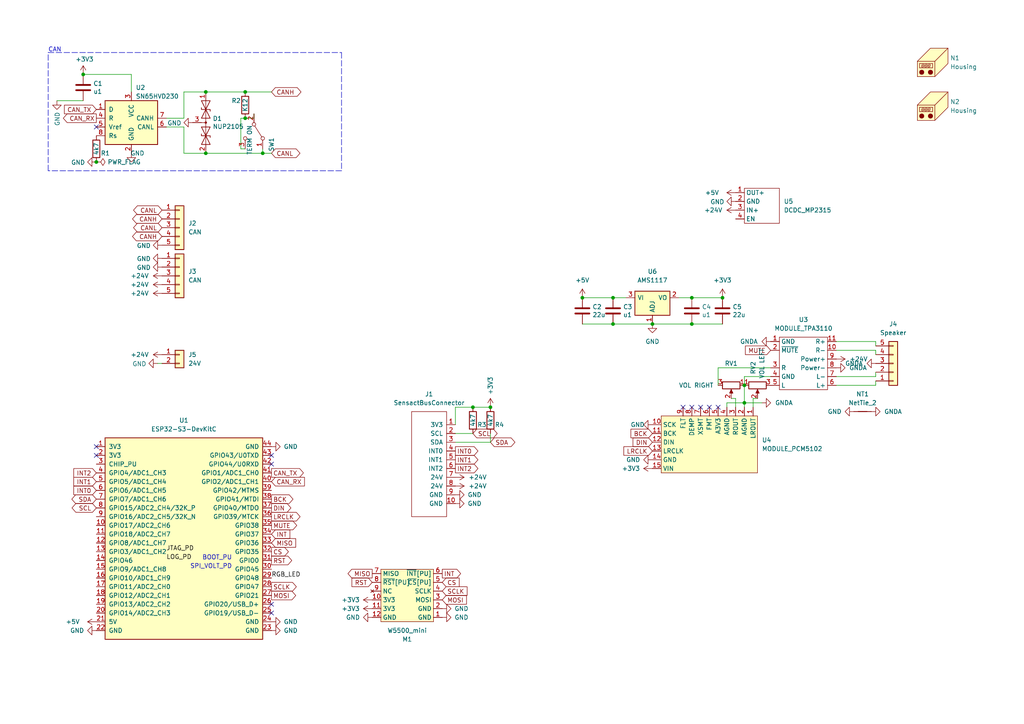
<source format=kicad_sch>
(kicad_sch (version 20211123) (generator eeschema)
  (paper "A4")
  (lib_symbols
    (symbol "Connector_Generic:Conn_01x02" (pin_names (offset 1.016) hide)
      (property "Reference" "J" (at 0 2.54 0))
      (property "Value" "Conn_01x02" (at 0 -5.08 0))
      (symbol "Conn_01x02_1_1"
        (rectangle (start -1.27 -2.413) (end 0 -2.667) (stroke (width 0.1524)))
        (rectangle (start -1.27 0.127) (end 0 -0.127) (stroke (width 0.1524)))
        (rectangle (start -1.27 1.27) (end 1.27 -3.81) (stroke (width 0.254)) (fill (type background)))
        (pin passive line (at -5.08 0 0) (length 3.81) (name "Pin_1") (number "1"))
        (pin passive line (at -5.08 -2.54 0) (length 3.81) (name "Pin_2") (number "2"))
      )
    )
    (symbol "Connector_Generic:Conn_01x05" (pin_names (offset 1.016) hide)
      (property "Reference" "J" (at 0 7.62 0))
      (property "Value" "Conn_01x05" (at 0 -7.62 0))
      (symbol "Conn_01x05_1_1"
        (rectangle (start -1.27 -4.953) (end 0 -5.207) (stroke (width 0.1524)))
        (rectangle (start -1.27 -2.413) (end 0 -2.667) (stroke (width 0.1524)))
        (rectangle (start -1.27 0.127) (end 0 -0.127) (stroke (width 0.1524)))
        (rectangle (start -1.27 2.667) (end 0 2.413) (stroke (width 0.1524)))
        (rectangle (start -1.27 5.207) (end 0 4.953) (stroke (width 0.1524)))
        (rectangle (start -1.27 6.35) (end 1.27 -6.35) (stroke (width 0.254)) (fill (type background)))
        (pin passive line (at -5.08 5.08 0) (length 3.81) (name "Pin_1") (number "1"))
        (pin passive line (at -5.08 2.54 0) (length 3.81) (name "Pin_2") (number "2"))
        (pin passive line (at -5.08 0 0) (length 3.81) (name "Pin_3") (number "3"))
        (pin passive line (at -5.08 -2.54 0) (length 3.81) (name "Pin_4") (number "4"))
        (pin passive line (at -5.08 -5.08 0) (length 3.81) (name "Pin_5") (number "5"))
      )
    )
    (symbol "Device:C" (pin_numbers hide) (pin_names (offset 0.254))
      (property "Reference" "C" (at 0.635 2.54 0))
      (property "Value" "C" (at 0.635 -2.54 0))
      (symbol "C_0_1"
        (polyline (pts (xy -2.032 -0.762) (xy 2.032 -0.762)) (stroke (width 0.508)))
        (polyline (pts (xy -2.032 0.762) (xy 2.032 0.762)) (stroke (width 0.508)))
      )
      (symbol "C_1_1"
        (pin passive line (at 0 3.81 270) (length 2.794) (name "~") (number "1"))
        (pin passive line (at 0 -3.81 90) (length 2.794) (name "~") (number "2"))
      )
    )
    (symbol "Device:NetTie_2" (pin_numbers hide) (pin_names (offset 0) hide)
      (property "Reference" "NT" (at 0 1.27 0))
      (property "Value" "NetTie_2" (at 0 -1.27 0))
      (symbol "NetTie_2_0_1"
        (polyline (pts (xy -1.27 0) (xy 1.27 0)) (stroke (width 0.254)))
      )
      (symbol "NetTie_2_1_1"
        (pin passive line (at -2.54 0 0) (length 2.54) (name "1") (number "1"))
        (pin passive line (at 2.54 0 180) (length 2.54) (name "2") (number "2"))
      )
    )
    (symbol "Device:R" (pin_numbers hide) (pin_names (offset 0))
      (property "Reference" "R" (at 2.032 0 90))
      (property "Value" "R" (at 0 0 90))
      (symbol "R_0_1"
        (rectangle (start -1.016 -2.54) (end 1.016 2.54) (stroke (width 0.254)))
      )
      (symbol "R_1_1"
        (pin passive line (at 0 3.81 270) (length 1.27) (name "~") (number "1"))
        (pin passive line (at 0 -3.81 90) (length 1.27) (name "~") (number "2"))
      )
    )
    (symbol "Device:R_Potentiometer" (pin_names (offset 1.016) hide)
      (property "Reference" "RV" (at -4.445 0 90))
      (property "Value" "R_Potentiometer" (at -2.54 0 90))
      (symbol "R_Potentiometer_0_1"
        (polyline (pts (xy 2.54 0) (xy 1.524 0)))
        (polyline (pts (xy 1.143 0) (xy 2.286 0.508) (xy 2.286 -0.508) (xy 1.143 0)) (fill (type outline)))
        (rectangle (start 1.016 2.54) (end -1.016 -2.54) (stroke (width 0.254)))
      )
      (symbol "R_Potentiometer_1_1"
        (pin passive line (at 0 3.81 270) (length 1.27) (name "1") (number "1"))
        (pin passive line (at 3.81 0 180) (length 1.27) (name "2") (number "2"))
        (pin passive line (at 0 -3.81 90) (length 1.27) (name "3") (number "3"))
      )
    )
    (symbol "Diode:SM712_SOT23" (pin_names (offset 1.016) hide)
      (property "Reference" "D" (at 0 4.445 0))
      (property "Value" "SM712_SOT23" (at 0 2.54 0))
      (symbol "SM712_SOT23_0_0"
        (polyline (pts (xy 0 -1.27) (xy 0 0)))
      )
      (symbol "SM712_SOT23_0_1"
        (polyline (pts (xy -6.35 0) (xy 6.35 0)))
        (polyline (pts (xy -3.302 1.27) (xy -3.81 1.27) (xy -3.81 -1.27) (xy -4.318 -1.27)) (stroke (width 0.2032)))
        (polyline (pts (xy 4.318 1.27) (xy 3.81 1.27) (xy 3.81 -1.27) (xy 3.302 -1.27)) (stroke (width 0.2032)))
        (polyline (pts (xy -6.35 -1.27) (xy -1.27 1.27) (xy -1.27 -1.27) (xy -6.35 1.27) (xy -6.35 -1.27)) (stroke (width 0.2032)))
        (polyline (pts (xy 1.27 -1.27) (xy 1.27 1.27) (xy 6.35 -1.27) (xy 6.35 1.27) (xy 1.27 -1.27)) (stroke (width 0.2032)))
        (circle (center 0 0) (radius 0.254) (fill (type outline)))
      )
      (symbol "SM712_SOT23_1_1"
        (pin passive line (at -8.89 0 0) (length 2.54) (name "A1") (number "1"))
        (pin passive line (at 8.89 0 180) (length 2.54) (name "A2") (number "2"))
        (pin input line (at 0 -3.81 90) (length 2.54) (name "common") (number "3"))
      )
    )
    (symbol "Espressif:ESP32-S3-DevKitC" (pin_names (offset 1.016))
      (property "Reference" "U" (at -22.86 33.02 0))
      (property "Value" "ESP32-S3-DevKitC" (at -22.86 30.48 0))
      (symbol "ESP32-S3-DevKitC_0_0"
        (pin bidirectional line (at -25.4 -7.62 0) (length 2.54) (name "GPIO46") (number "14"))
        (pin bidirectional line (at -25.4 -20.32 0) (length 2.54) (name "GPIO13/ADC2_CH2") (number "19"))
        (pin power_in line (at -25.4 22.86 0) (length 2.54) (name "3V3") (number "2"))
        (pin bidirectional line (at 25.4 12.7 180) (length 2.54) (name "GPIO42/MTMS") (number "39"))
        (pin bidirectional line (at 25.4 15.24 180) (length 2.54) (name "GPIO2/ADC1_CH1") (number "40"))
        (pin bidirectional line (at 25.4 17.78 180) (length 2.54) (name "GPIO1/ADC1_CH0") (number "41"))
        (pin bidirectional line (at 25.4 20.32 180) (length 2.54) (name "GPIO44/U0RXD") (number "42"))
        (pin bidirectional line (at 25.4 22.86 180) (length 2.54) (name "GPIO43/U0TXD") (number "43"))
        (pin power_in line (at 25.4 25.4 180) (length 2.54) (name "GND") (number "44"))
      )
      (symbol "ESP32-S3-DevKitC_0_1"
        (rectangle (start -22.86 27.94) (end 22.86 -30.48) (stroke (width 0.254)) (fill (type background)))
      )
      (symbol "ESP32-S3-DevKitC_1_1"
        (pin power_in line (at -25.4 25.4 0) (length 2.54) (name "3V3") (number "1"))
        (pin bidirectional line (at -25.4 2.54 0) (length 2.54) (name "GPIO17/ADC2_CH6") (number "10"))
        (pin bidirectional line (at -25.4 0 0) (length 2.54) (name "GPIO18/ADC2_CH7") (number "11"))
        (pin bidirectional line (at -25.4 -2.54 0) (length 2.54) (name "GPIO8/ADC1_CH7") (number "12"))
        (pin bidirectional line (at -25.4 -5.08 0) (length 2.54) (name "GPIO3/ADC1_CH2") (number "13"))
        (pin bidirectional line (at -25.4 -10.16 0) (length 2.54) (name "GPIO9/ADC1_CH8") (number "15"))
        (pin bidirectional line (at -25.4 -12.7 0) (length 2.54) (name "GPIO10/ADC1_CH9") (number "16"))
        (pin bidirectional line (at -25.4 -15.24 0) (length 2.54) (name "GPIO11/ADC2_CH0") (number "17"))
        (pin bidirectional line (at -25.4 -17.78 0) (length 2.54) (name "GPIO12/ADC2_CH1") (number "18"))
        (pin bidirectional line (at -25.4 -22.86 0) (length 2.54) (name "GPIO14/ADC2_CH3") (number "20"))
        (pin power_in line (at -25.4 -25.4 0) (length 2.54) (name "5V") (number "21"))
        (pin power_in line (at -25.4 -27.94 0) (length 2.54) (name "GND") (number "22"))
        (pin power_in line (at 25.4 -27.94 180) (length 2.54) (name "GND") (number "23"))
        (pin power_in line (at 25.4 -25.4 180) (length 2.54) (name "GND") (number "24"))
        (pin bidirectional line (at 25.4 -22.86 180) (length 2.54) (name "GPIO19/USB_D-") (number "25"))
        (pin bidirectional line (at 25.4 -20.32 180) (length 2.54) (name "GPIO20/USB_D+") (number "26"))
        (pin bidirectional line (at 25.4 -17.78 180) (length 2.54) (name "GPIO21") (number "27"))
        (pin bidirectional line (at 25.4 -15.24 180) (length 2.54) (name "GPIO47") (number "28"))
        (pin bidirectional line (at 25.4 -12.7 180) (length 2.54) (name "GPIO48") (number "29"))
        (pin input line (at -25.4 20.32 0) (length 2.54) (name "CHIP_PU") (number "3"))
        (pin bidirectional line (at 25.4 -10.16 180) (length 2.54) (name "GPIO45") (number "30"))
        (pin bidirectional line (at 25.4 -7.62 180) (length 2.54) (name "GPIO0") (number "31"))
        (pin bidirectional line (at 25.4 -5.08 180) (length 2.54) (name "GPIO35") (number "32"))
        (pin bidirectional line (at 25.4 -2.54 180) (length 2.54) (name "GPIO36") (number "33"))
        (pin bidirectional line (at 25.4 0 180) (length 2.54) (name "GPIO37") (number "34"))
        (pin bidirectional line (at 25.4 2.54 180) (length 2.54) (name "GPIO38") (number "35"))
        (pin bidirectional line (at 25.4 5.08 180) (length 2.54) (name "GPIO39/MTCK") (number "36"))
        (pin bidirectional line (at 25.4 7.62 180) (length 2.54) (name "GPIO40/MTDO") (number "37"))
        (pin bidirectional line (at 25.4 10.16 180) (length 2.54) (name "GPIO41/MTDI") (number "38"))
        (pin bidirectional line (at -25.4 17.78 0) (length 2.54) (name "GPIO4/ADC1_CH3") (number "4"))
        (pin bidirectional line (at -25.4 15.24 0) (length 2.54) (name "GPIO5/ADC1_CH4") (number "5"))
        (pin bidirectional line (at -25.4 12.7 0) (length 2.54) (name "GPIO6/ADC1_CH5") (number "6"))
        (pin bidirectional line (at -25.4 10.16 0) (length 2.54) (name "GPIO7/ADC1_CH6") (number "7"))
        (pin bidirectional line (at -25.4 7.62 0) (length 2.54) (name "GPIO15/ADC2_CH4/32K_P") (number "8"))
        (pin bidirectional line (at -25.4 5.08 0) (length 2.54) (name "GPIO16/ADC2_CH5/32K_N") (number "9"))
      )
    )
    (symbol "Interface_CAN_LIN:SN65HVD230" (pin_names (offset 1.016))
      (property "Reference" "U" (at -2.54 10.16 0))
      (property "Value" "SN65HVD230" (at -2.54 7.62 0))
      (symbol "SN65HVD230_0_1"
        (rectangle (start -7.62 5.08) (end 7.62 -7.62) (stroke (width 0.254)) (fill (type background)))
      )
      (symbol "SN65HVD230_1_1"
        (pin input line (at -10.16 2.54 0) (length 2.54) (name "D") (number "1"))
        (pin power_in line (at 0 -10.16 90) (length 2.54) (name "GND") (number "2"))
        (pin power_in line (at 0 7.62 270) (length 2.54) (name "VCC") (number "3"))
        (pin output line (at -10.16 0 0) (length 2.54) (name "R") (number "4"))
        (pin output line (at -10.16 -2.54 0) (length 2.54) (name "Vref") (number "5"))
        (pin bidirectional line (at 10.16 -2.54 180) (length 2.54) (name "CANL") (number "6"))
        (pin bidirectional line (at 10.16 0 180) (length 2.54) (name "CANH") (number "7"))
        (pin input line (at -10.16 -5.08 0) (length 2.54) (name "Rs") (number "8"))
      )
    )
    (symbol "Mechanical:Housing" (pin_names (offset 1.016))
      (property "Reference" "N" (at 3.81 0 0))
      (property "Value" "Housing" (at 3.81 -1.905 0))
      (symbol "Housing_0_1"
        (rectangle (start -5.08 -0.635) (end -1.27 -1.905))
        (circle (center -4.445 -3.175) (radius 0.635) (fill (type outline)))
        (circle (center -1.905 -3.175) (radius 0.635) (fill (type outline)))
        (polyline (pts (xy -4.5212 -1.5748) (xy -4.4704 -1.3716)))
        (polyline (pts (xy -4.4196 -1.6764) (xy -4.064 -1.6764)))
        (polyline (pts (xy -4.4196 -1.2192) (xy -4.3688 -0.9652)))
        (polyline (pts (xy -4.318 -1.3208) (xy -4.0132 -1.3208)))
        (polyline (pts (xy -4.2164 -0.9144) (xy -3.9116 -0.9144)))
        (polyline (pts (xy -3.9116 -1.6256) (xy -3.8608 -1.3716)))
        (polyline (pts (xy -3.81 -1.2192) (xy -3.7592 -0.9652)))
        (polyline (pts (xy -3.6068 -1.5748) (xy -3.556 -1.3716)))
        (polyline (pts (xy -3.5052 -1.6764) (xy -3.1496 -1.6764)))
        (polyline (pts (xy -3.5052 -1.2192) (xy -3.4544 -0.9652)))
        (polyline (pts (xy -3.4036 -1.3208) (xy -3.0988 -1.3208)))
        (polyline (pts (xy -3.302 -0.9144) (xy -2.9972 -0.9144)))
        (polyline (pts (xy -2.9972 -1.6256) (xy -2.9464 -1.3716)))
        (polyline (pts (xy -2.8956 -1.2192) (xy -2.8448 -0.9652)))
        (polyline (pts (xy -2.6924 -1.5748) (xy -2.6416 -1.3716)))
        (polyline (pts (xy -2.5908 -1.6764) (xy -2.2352 -1.6764)))
        (polyline (pts (xy -2.5908 -1.2192) (xy -2.54 -0.9652)))
        (polyline (pts (xy -2.4892 -1.3208) (xy -2.1844 -1.3208)))
        (polyline (pts (xy -2.3876 -0.9144) (xy -2.0828 -0.9144)))
        (polyline (pts (xy -2.0828 -1.6256) (xy -2.032 -1.3716)))
        (polyline (pts (xy -1.9812 -1.2192) (xy -1.9304 -0.9652)))
        (polyline (pts (xy -0.635 0) (xy -0.635 -4.445)))
        (polyline (pts (xy -5.715 0) (xy -0.635 0) (xy 3.175 3.81)))
        (polyline (pts (xy -5.715 0) (xy -5.715 -4.445) (xy -0.635 -4.445) (xy 3.175 -0.635) (xy 3.175 3.81) (xy -1.905 3.81) (xy -5.715 0)) (fill (type background)))
      )
    )
    (symbol "Regulator_Linear:AMS1117" (pin_names (offset 0.762))
      (property "Reference" "U" (at -3.81 3.175 0))
      (property "Value" "AMS1117" (at 0 3.175 0))
      (symbol "AMS1117_0_1"
        (rectangle (start -5.08 -5.08) (end 5.08 1.905) (stroke (width 0.254)) (fill (type background)))
      )
      (symbol "AMS1117_1_1"
        (pin input line (at 0 -7.62 90) (length 2.54) (name "ADJ") (number "1"))
        (pin power_out line (at 7.62 0 180) (length 2.54) (name "VO") (number "2"))
        (pin power_in line (at -7.62 0 0) (length 2.54) (name "VI") (number "3"))
      )
    )
    (symbol "Switch:SW_SPDT" (pin_names (offset 0) hide)
      (property "Reference" "SW" (at 0 4.318 0))
      (property "Value" "SW_SPDT" (at 0 -5.08 0))
      (symbol "SW_SPDT_0_0"
        (circle (center -2.032 0) (radius 0.508))
        (circle (center 2.032 -2.54) (radius 0.508))
      )
      (symbol "SW_SPDT_0_1"
        (polyline (pts (xy -1.524 0.254) (xy 1.651 2.286)))
        (circle (center 2.032 2.54) (radius 0.508))
      )
      (symbol "SW_SPDT_1_1"
        (pin passive line (at 5.08 2.54 180) (length 2.54) (name "A") (number "1"))
        (pin passive line (at -5.08 0 0) (length 2.54) (name "B") (number "2"))
        (pin passive line (at 5.08 -2.54 180) (length 2.54) (name "C") (number "3"))
      )
    )
    (symbol "liebler_CONN:SensactBusConnector" (pin_names (offset 1.016))
      (property "Reference" "J1" (at 1.4732 19.431 0))
      (property "Value" "SensactBusConnector" (at 1.4732 17.1196 0))
      (symbol "SensactBusConnector_0_1"
        (rectangle (start -5.08 15.24) (end 5.08 -15.24))
      )
      (symbol "SensactBusConnector_1_1"
        (pin power_in line (at 7.62 11.43 180) (length 2.54) (name "3V3") (number "1"))
        (pin power_in line (at 7.62 -11.43 180) (length 2.54) (name "GND") (number "10"))
        (pin output line (at 7.62 8.89 180) (length 2.54) (name "SCL") (number "2"))
        (pin bidirectional line (at 7.62 6.35 180) (length 2.54) (name "SDA") (number "3"))
        (pin bidirectional line (at 7.62 3.81 180) (length 2.54) (name "INT0") (number "4"))
        (pin bidirectional line (at 7.62 1.27 180) (length 2.54) (name "INT1") (number "5"))
        (pin bidirectional line (at 7.62 -1.27 180) (length 2.54) (name "INT2") (number "6"))
        (pin power_in line (at 7.62 -3.81 180) (length 2.54) (name "24V") (number "7"))
        (pin power_in line (at 7.62 -6.35 180) (length 2.54) (name "24V") (number "8"))
        (pin power_in line (at 7.62 -8.89 180) (length 2.54) (name "GND") (number "9"))
      )
    )
    (symbol "liebler_MODULES:DCDC_MP2315"
      (property "Reference" "U" (at 0 6.35 0))
      (property "Value" "DCDC_MP2315" (at 0 8.89 0))
      (symbol "DCDC_MP2315_0_1"
        (rectangle (start -5.08 5.08) (end 5.08 -5.08))
      )
      (symbol "DCDC_MP2315_1_1"
        (pin power_out line (at -7.62 3.81 0) (length 2.54) (name "OUT+") (number "1"))
        (pin power_in line (at -7.62 1.27 0) (length 2.54) (name "GND") (number "2"))
        (pin power_in line (at -7.62 -1.27 0) (length 2.54) (name "IN+") (number "3"))
        (pin input line (at -7.62 -3.81 0) (length 2.54) (name "EN") (number "4"))
      )
    )
    (symbol "liebler_MODULES:MODULE_PCM5102"
      (property "Reference" "U" (at 0 -5.08 0))
      (property "Value" "MODULE_PCM5102" (at 2.54 -7.62 0))
      (symbol "MODULE_PCM5102_0_1"
        (rectangle (start -15.24 7.62) (end 12.7 -8.89) (fill (type background)))
      )
      (symbol "MODULE_PCM5102_1_1"
        (pin output line (at 11.43 10.16 270) (length 2.54) (name "LROUT") (number "1"))
        (pin input line (at -17.78 5.08 0) (length 2.54) (name "SCK") (number "10"))
        (pin input line (at -17.78 2.54 0) (length 2.54) (name "BCK") (number "11"))
        (pin input line (at -17.78 0 0) (length 2.54) (name "DIN") (number "12"))
        (pin input line (at -17.78 -2.54 0) (length 2.54) (name "LRCLK") (number "13"))
        (pin power_in line (at -17.78 -5.08 0) (length 2.54) (name "GND") (number "14"))
        (pin power_in line (at -17.78 -7.62 0) (length 2.54) (name "VIN") (number "15"))
        (pin power_in line (at 8.89 10.16 270) (length 2.54) (name "AGND") (number "2"))
        (pin output line (at 6.35 10.16 270) (length 2.54) (name "ROUT") (number "3"))
        (pin power_in line (at 3.81 10.16 270) (length 2.54) (name "AGND") (number "4"))
        (pin unspecified line (at 1.27 10.16 270) (length 2.54) (name "A3V3") (number "5"))
        (pin input line (at -1.27 10.16 270) (length 2.54) (name "FMT") (number "6"))
        (pin input line (at -3.81 10.16 270) (length 2.54) (name "XSMT") (number "7"))
        (pin input line (at -6.35 10.16 270) (length 2.54) (name "DEMP") (number "8"))
        (pin input line (at -8.89 10.16 270) (length 2.54) (name "FLT") (number "9"))
      )
    )
    (symbol "liebler_MODULES:MODULE_TPA3110"
      (property "Reference" "U" (at 0 12.7 0))
      (property "Value" "MODULE_TPA3110" (at 0 10.16 0))
      (symbol "MODULE_TPA3110_0_1"
        (rectangle (start -6.35 7.62) (end 7.62 -7.62))
      )
      (symbol "MODULE_TPA3110_1_1"
        (pin power_in line (at -8.89 6.35 0) (length 2.54) (name "GND") (number "1"))
        (pin output line (at 10.16 3.81 180) (length 2.54) (name "R-") (number "10"))
        (pin output line (at 10.16 6.35 180) (length 2.54) (name "R+") (number "11"))
        (pin input line (at -8.89 3.81 0) (length 2.54) (name "~{MUTE}") (number "2"))
        (pin input line (at -8.89 -1.27 0) (length 2.54) (name "R") (number "3"))
        (pin power_in line (at -8.89 -3.81 0) (length 2.54) (name "GND") (number "4"))
        (pin input line (at -8.89 -6.35 0) (length 2.54) (name "L") (number "5"))
        (pin output line (at 10.16 -6.35 180) (length 2.54) (name "L+") (number "6"))
        (pin output line (at 10.16 -3.81 180) (length 2.54) (name "L-") (number "7"))
        (pin power_in line (at 10.16 -1.27 180) (length 2.54) (name "Power-") (number "8"))
        (pin power_in line (at 10.16 1.27 180) (length 2.54) (name "Power+") (number "9"))
      )
    )
    (symbol "liebler_MODULES:W5500_mini"
      (property "Reference" "M" (at 0 11.43 0))
      (property "Value" "W5500_mini" (at 0 8.89 0))
      (symbol "W5500_mini_0_1"
        (rectangle (start -7.62 7.62) (end 7.62 -7.62) (fill (type background)))
      )
      (symbol "W5500_mini_1_1"
        (pin power_in line (at -10.16 6.35 0) (length 2.54) (name "GND") (number "1"))
        (pin power_in line (at 10.16 1.27 180) (length 2.54) (name "3V3") (number "10"))
        (pin power_in line (at 10.16 3.81 180) (length 2.54) (name "3V3") (number "11"))
        (pin power_in line (at 10.16 6.35 180) (length 2.54) (name "GND") (number "12"))
        (pin power_in line (at -10.16 3.81 0) (length 2.54) (name "GND") (number "2"))
        (pin input line (at -10.16 1.27 0) (length 2.54) (name "MOSI") (number "3"))
        (pin input line (at -10.16 -1.27 0) (length 2.54) (name "SCLK") (number "4"))
        (pin input line (at -10.16 -3.81 0) (length 2.54) (name "~{CS}[PU]") (number "5"))
        (pin output line (at -10.16 -6.35 0) (length 2.54) (name "~{INT}[PU]") (number "6"))
        (pin output line (at 10.16 -6.35 180) (length 2.54) (name "MISO") (number "7"))
        (pin input line (at 10.16 -3.81 180) (length 2.54) (name "~{RST}[PU]") (number "8"))
        (pin no_connect line (at 10.16 -1.27 180) (length 2.54) (name "NC") (number "9"))
      )
    )
    (symbol "power:+24V" (power) (pin_names (offset 0))
      (property "Value" "+24V" (at 0 3.556 0))
      (symbol "+24V_0_1"
        (polyline (pts (xy -0.762 1.27) (xy 0 2.54)))
        (polyline (pts (xy 0 0) (xy 0 2.54)))
        (polyline (pts (xy 0 2.54) (xy 0.762 1.27)))
      )
      (symbol "+24V_1_1"
        (pin power_in line (at 0 0 90) (length 0) hide (name "+24V") (number "1"))
      )
    )
    (symbol "power:+3V3" (power) (pin_names (offset 0))
      (property "Value" "+3V3" (at 0 3.556 0))
      (symbol "+3V3_0_1"
        (polyline (pts (xy -0.762 1.27) (xy 0 2.54)))
        (polyline (pts (xy 0 0) (xy 0 2.54)))
        (polyline (pts (xy 0 2.54) (xy 0.762 1.27)))
      )
      (symbol "+3V3_1_1"
        (pin power_in line (at 0 0 90) (length 0) hide (name "+3V3") (number "1"))
      )
    )
    (symbol "power:+5V" (power) (pin_names (offset 0))
      (property "Value" "+5V" (at 0 3.556 0))
      (symbol "+5V_0_1"
        (polyline (pts (xy -0.762 1.27) (xy 0 2.54)))
        (polyline (pts (xy 0 0) (xy 0 2.54)))
        (polyline (pts (xy 0 2.54) (xy 0.762 1.27)))
      )
      (symbol "+5V_1_1"
        (pin power_in line (at 0 0 90) (length 0) hide (name "+5V") (number "1"))
      )
    )
    (symbol "power:GND" (power) (pin_names (offset 0))
      (property "Value" "GND" (at 0 -3.81 0))
      (symbol "GND_0_1"
        (polyline (pts (xy 0 0) (xy 0 -1.27) (xy 1.27 -1.27) (xy 0 -2.54) (xy -1.27 -1.27) (xy 0 -1.27)))
      )
      (symbol "GND_1_1"
        (pin power_in line (at 0 0 270) (length 0) hide (name "GND") (number "1"))
      )
    )
    (symbol "power:GNDA" (power) (pin_names (offset 0))
      (property "Value" "GNDA" (at 0 -3.81 0))
      (symbol "GNDA_0_1"
        (polyline (pts (xy 0 0) (xy 0 -1.27) (xy 1.27 -1.27) (xy 0 -2.54) (xy -1.27 -1.27) (xy 0 -1.27)))
      )
      (symbol "GNDA_1_1"
        (pin power_in line (at 0 0 270) (length 0) hide (name "GNDA") (number "1"))
      )
    )
    (symbol "power:PWR_FLAG" (power) (pin_numbers hide) (pin_names (offset 0) hide)
      (property "Value" "PWR_FLAG" (at 0 3.81 0))
      (symbol "PWR_FLAG_0_0"
        (pin power_out line (at 0 0 90) (length 0) (name "pwr") (number "1"))
      )
      (symbol "PWR_FLAG_0_1"
        (polyline (pts (xy 0 0) (xy 0 1.27) (xy -1.016 1.905) (xy 0 2.54) (xy 1.016 1.905) (xy 0 1.27)))
      )
    )
  )
  (junction (at 209.55 86.36))
  (junction (at 76.2 44.45))
  (junction (at 177.8 86.36))
  (junction (at 200.66 86.36))
  (junction (at 27.94 46.99))
  (junction (at 177.8 93.98))
  (junction (at 71.12 34.29))
  (junction (at 189.23 93.98))
  (junction (at 200.66 93.98))
  (junction (at 59.69 44.45))
  (junction (at 137.16 118.11))
  (junction (at 71.12 26.67))
  (junction (at 24.13 21.59))
  (junction (at 215.9 111.76))
  (junction (at 142.24 118.11))
  (junction (at 168.91 86.36))
  (junction (at 215.9 116.84))
  (junction (at 59.69 26.67))
  (no_connect (at 27.94 36.83))
  (no_connect (at 198.12 118.11))
  (no_connect (at 200.66 118.11))
  (no_connect (at 203.2 118.11))
  (no_connect (at 205.74 118.11))
  (no_connect (at 208.28 118.11))
  (no_connect (at 78.74 177.8))
  (no_connect (at 78.74 175.26))
  (no_connect (at 27.94 129.54))
  (no_connect (at 27.94 132.08))
  (no_connect (at 78.74 132.08))
  (no_connect (at 78.74 134.62))
  (wire (pts (xy 132.08 125.73) (xy 137.16 125.73)))
  (wire (pts (xy 213.36 118.11) (xy 213.36 115.57)))
  (wire (pts (xy 38.1 26.67) (xy 38.1 21.59)))
  (wire (pts (xy 76.2 43.18) (xy 76.2 44.45)))
  (wire (pts (xy 218.44 118.11) (xy 218.44 115.57)))
  (wire (pts (xy 218.44 115.57) (xy 219.71 115.57)))
  (wire (pts (xy 24.13 29.21) (xy 16.51 29.21)))
  (wire (pts (xy 177.8 93.98) (xy 189.23 93.98)))
  (wire (pts (xy 177.8 86.36) (xy 181.61 86.36)))
  (wire (pts (xy 59.69 44.45) (xy 76.2 44.45)))
  (wire (pts (xy 71.12 43.18) (xy 69.85 43.18)))
  (wire (pts (xy 242.57 111.76) (xy 254 111.76)))
  (wire (pts (xy 53.34 44.45) (xy 59.69 44.45)))
  (wire (pts (xy 142.24 128.27) (xy 142.24 125.73)))
  (wire (pts (xy 210.82 118.11) (xy 210.82 116.84)))
  (wire (pts (xy 132.08 118.11) (xy 132.08 123.19)))
  (wire (pts (xy 254 111.76) (xy 254 110.49)))
  (wire (pts (xy 45.72 105.41) (xy 46.99 105.41)))
  (wire (pts (xy 254 101.6) (xy 254 102.87)))
  (wire (pts (xy 53.34 26.67) (xy 53.34 34.29)))
  (wire (pts (xy 242.57 101.6) (xy 254 101.6)))
  (wire (pts (xy 69.85 43.18) (xy 69.85 34.29)))
  (wire (pts (xy 71.12 34.29) (xy 73.66 34.29)))
  (polyline (pts (xy 99.06 49.53) (xy 13.97 49.53)))
  (wire (pts (xy 200.66 93.98) (xy 209.55 93.98)))
  (wire (pts (xy 254 109.22) (xy 254 107.95)))
  (wire (pts (xy 69.85 34.29) (xy 71.12 34.29)))
  (wire (pts (xy 137.16 118.11) (xy 132.08 118.11)))
  (wire (pts (xy 132.08 128.27) (xy 142.24 128.27)))
  (wire (pts (xy 189.23 93.98) (xy 200.66 93.98)))
  (wire (pts (xy 48.26 36.83) (xy 53.34 36.83)))
  (wire (pts (xy 208.28 106.68) (xy 208.28 111.76)))
  (wire (pts (xy 213.36 115.57) (xy 212.09 115.57)))
  (polyline (pts (xy 99.06 15.24) (xy 99.06 49.53)))
  (wire (pts (xy 59.69 26.67) (xy 71.12 26.67)))
  (wire (pts (xy 53.34 34.29) (xy 48.26 34.29)))
  (wire (pts (xy 142.24 118.11) (xy 137.16 118.11)))
  (wire (pts (xy 71.12 26.67) (xy 78.74 26.67)))
  (polyline (pts (xy 13.97 15.24) (xy 99.06 15.24)))
  (wire (pts (xy 53.34 36.83) (xy 53.34 44.45)))
  (wire (pts (xy 168.91 93.98) (xy 177.8 93.98)))
  (wire (pts (xy 59.69 26.67) (xy 53.34 26.67)))
  (wire (pts (xy 223.52 109.22) (xy 215.9 109.22)))
  (wire (pts (xy 196.85 86.36) (xy 200.66 86.36)))
  (wire (pts (xy 73.66 34.29) (xy 73.66 33.02)))
  (wire (pts (xy 215.9 116.84) (xy 220.98 116.84)))
  (wire (pts (xy 76.2 44.45) (xy 78.74 44.45)))
  (wire (pts (xy 168.91 86.36) (xy 177.8 86.36)))
  (wire (pts (xy 210.82 116.84) (xy 215.9 116.84)))
  (wire (pts (xy 223.52 106.68) (xy 208.28 106.68)))
  (polyline (pts (xy 13.97 49.53) (xy 13.97 15.24)))
  (wire (pts (xy 215.9 116.84) (xy 215.9 118.11)))
  (wire (pts (xy 215.9 109.22) (xy 215.9 111.76)))
  (wire (pts (xy 215.9 111.76) (xy 215.9 116.84)))
  (wire (pts (xy 200.66 86.36) (xy 209.55 86.36)))
  (wire (pts (xy 242.57 99.06) (xy 254 99.06)))
  (wire (pts (xy 242.57 109.22) (xy 254 109.22)))
  (wire (pts (xy 24.13 21.59) (xy 38.1 21.59)))
  (wire (pts (xy 254 99.06) (xy 254 100.33)))
  (text "CAN" (at 13.97 15.24 0) (effects (font (size 1.27 1.27)) (justify left bottom)))
  (text "BOOT_PU" (at 67.31 162.56 180) (effects (font (size 1.27 1.27)) (justify right bottom)))
  (text "SPI_VOLT_PD" (at 67.31 165.1 180) (effects (font (size 1.27 1.27)) (justify right bottom)))
  (label "LOG_PD" (at 48.26 162.56 0))
  (label "JTAG_PD" (at 48.26 160.02 0))
  (label "RGB_LED" (at 78.74 167.64 0))
  (global_label "INT0" (shape output) (at 132.08 130.81 0) (property "Intersheet References" "${INTERSHEET_REFS}" (effects hide)))
  (global_label "CS" (shape input) (at 128.27 168.91 0) (property "Intersheet References" "${INTERSHEET_REFS}" (effects hide)))
  (global_label "MUTE" (shape output) (at 78.74 152.4 0) (property "Intersheet References" "${INTERSHEET_REFS}" (effects hide)))
  (global_label "MUTE" (shape input) (at 223.52 101.6 180) (property "Intersheet References" "${INTERSHEET_REFS}" (effects hide)))
  (global_label "CANH" (shape bidirectional) (at 78.74 26.67 0) (property "Intersheet References" "${INTERSHEET_REFS}" (effects hide)))
  (global_label "SCL" (shape bidirectional) (at 137.16 125.73 0) (property "Intersheet References" "${INTERSHEET_REFS}" (effects hide)))
  (global_label "INT2" (shape output) (at 132.08 135.89 0) (property "Intersheet References" "${INTERSHEET_REFS}" (effects hide)))
  (global_label "INT" (shape input) (at 78.74 154.94 0) (property "Intersheet References" "${INTERSHEET_REFS}" (effects hide)))
  (global_label "INT0" (shape input) (at 27.94 142.24 180) (property "Intersheet References" "${INTERSHEET_REFS}" (effects hide)))
  (global_label "RST" (shape input) (at 107.95 168.91 180) (property "Intersheet References" "${INTERSHEET_REFS}" (effects hide)))
  (global_label "CANH" (shape bidirectional) (at 46.99 63.5 180) (property "Intersheet References" "${INTERSHEET_REFS}" (effects hide)))
  (global_label "SDA" (shape bidirectional) (at 142.24 128.27 0) (property "Intersheet References" "${INTERSHEET_REFS}" (effects hide)))
  (global_label "CANH" (shape bidirectional) (at 46.99 68.58 180) (property "Intersheet References" "${INTERSHEET_REFS}" (effects hide)))
  (global_label "SDA" (shape bidirectional) (at 27.94 144.78 180) (property "Intersheet References" "${INTERSHEET_REFS}" (effects hide)))
  (global_label "CS" (shape output) (at 78.74 160.02 0) (property "Intersheet References" "${INTERSHEET_REFS}" (effects hide)))
  (global_label "INT" (shape output) (at 128.27 166.37 0) (property "Intersheet References" "${INTERSHEET_REFS}" (effects hide)))
  (global_label "SCLK" (shape output) (at 78.74 170.18 0) (property "Intersheet References" "${INTERSHEET_REFS}" (effects hide)))
  (global_label "LRCLK" (shape input) (at 189.23 130.81 180) (property "Intersheet References" "${INTERSHEET_REFS}" (effects hide)))
  (global_label "INT1" (shape input) (at 27.94 139.7 180) (property "Intersheet References" "${INTERSHEET_REFS}" (effects hide)))
  (global_label "CAN_TX" (shape input) (at 27.94 31.75 180) (property "Intersheet References" "${INTERSHEET_REFS}" (effects hide)))
  (global_label "CAN_RX" (shape output) (at 27.94 34.29 180) (property "Intersheet References" "${INTERSHEET_REFS}" (effects hide)))
  (global_label "CANL" (shape bidirectional) (at 46.99 66.04 180) (property "Intersheet References" "${INTERSHEET_REFS}" (effects hide)))
  (global_label "RST" (shape output) (at 78.74 162.56 0) (property "Intersheet References" "${INTERSHEET_REFS}" (effects hide)))
  (global_label "CANL" (shape bidirectional) (at 78.74 44.45 0) (property "Intersheet References" "${INTERSHEET_REFS}" (effects hide)))
  (global_label "SCL" (shape bidirectional) (at 27.94 147.32 180) (property "Intersheet References" "${INTERSHEET_REFS}" (effects hide)))
  (global_label "MOSI" (shape output) (at 78.74 172.72 0) (property "Intersheet References" "${INTERSHEET_REFS}" (effects hide)))
  (global_label "INT1" (shape output) (at 132.08 133.35 0) (property "Intersheet References" "${INTERSHEET_REFS}" (effects hide)))
  (global_label "MISO" (shape output) (at 107.95 166.37 180) (property "Intersheet References" "${INTERSHEET_REFS}" (effects hide)))
  (global_label "BCK" (shape input) (at 189.23 125.73 180) (property "Intersheet References" "${INTERSHEET_REFS}" (effects hide)))
  (global_label "INT2" (shape input) (at 27.94 137.16 180) (property "Intersheet References" "${INTERSHEET_REFS}" (effects hide)))
  (global_label "MOSI" (shape input) (at 128.27 173.99 0) (property "Intersheet References" "${INTERSHEET_REFS}" (effects hide)))
  (global_label "SCLK" (shape input) (at 128.27 171.45 0) (property "Intersheet References" "${INTERSHEET_REFS}" (effects hide)))
  (global_label "CAN_TX" (shape output) (at 78.74 137.16 0) (property "Intersheet References" "${INTERSHEET_REFS}" (effects hide)))
  (global_label "CANL" (shape bidirectional) (at 46.99 60.96 180) (property "Intersheet References" "${INTERSHEET_REFS}" (effects hide)))
  (global_label "BCK" (shape output) (at 78.74 144.78 0) (property "Intersheet References" "${INTERSHEET_REFS}" (effects hide)))
  (global_label "CAN_RX" (shape input) (at 78.74 139.7 0) (property "Intersheet References" "${INTERSHEET_REFS}" (effects hide)))
  (global_label "LRCLK" (shape output) (at 78.74 149.86 0) (property "Intersheet References" "${INTERSHEET_REFS}" (effects hide)))
  (global_label "DIN" (shape output) (at 78.74 147.32 0) (property "Intersheet References" "${INTERSHEET_REFS}" (effects hide)))
  (global_label "DIN" (shape input) (at 189.23 128.27 180) (property "Intersheet References" "${INTERSHEET_REFS}" (effects hide)))
  (global_label "MISO" (shape input) (at 78.74 157.48 0) (property "Intersheet References" "${INTERSHEET_REFS}" (effects hide)))
  (symbol (lib_id "Device:C") (at 168.91 90.17 0) (unit 1)
    (property "Reference" "C2" (at 171.831 89.0016 0) (effects (justify left)))
    (property "Value" "22u" (at 171.831 91.313 0) (effects (justify left)))
    (property "Footprint" "Capacitor_SMD:C_1206_3216Metric_Pad1.33x1.80mm_HandSolder" (effects hide))
  )
  (symbol (lib_id "power:+24V") (at 213.36 60.96 90) (unit 1)
    (property "Reference" "#PWR025" (effects hide))
    (property "Value" "+24V" (at 209.55 60.9599 90) (effects (justify left)))
  )
  (symbol (lib_id "power:GND") (at 45.72 105.41 270) (unit 1)
    (property "Reference" "#PWR08" (effects hide))
    (property "Value" "GND" (at 42.4688 105.537 90) (effects (justify right)))
  )
  (symbol (lib_id "power:GND") (at 132.08 146.05 90) (unit 1)
    (property "Reference" "#PWR016" (effects hide))
    (property "Value" "GND" (at 139.7 146.05 90) (effects (justify left)))
  )
  (symbol (lib_id "Mechanical:Housing") (at 271.78 30.48 0) (unit 1)
    (property "Reference" "N2" (at 275.59 29.5274 0) (effects (justify left)))
    (property "Value" "Housing" (at 275.59 32.0674 0) (effects (justify left)))
    (property "Footprint" "Symbol:KiCad-Logo2_5mm_SilkScreen" (effects hide))
  )
  (symbol (lib_id "power:GND") (at 128.27 176.53 90) (unit 1)
    (property "Reference" "#PWR0102" (effects hide))
    (property "Value" "GND" (at 135.89 176.53 90) (effects (justify left)))
  )
  (symbol (lib_id "power:GND") (at 213.36 58.42 270) (unit 1)
    (property "Reference" "#PWR024" (effects hide))
    (property "Value" "GND" (at 210.1088 58.547 90) (effects (justify right)))
  )
  (symbol (lib_id "power:+5V") (at 213.36 55.88 90) (unit 1)
    (property "Reference" "#PWR023" (effects hide))
    (property "Value" "+5V" (at 204.47 55.88 90) (effects (justify right)))
  )
  (symbol (lib_id "Device:R") (at 142.24 121.92 0) (unit 1)
    (property "Reference" "R4" (at 143.51 123.19 0) (effects (justify left)))
    (property "Value" "4k7" (at 142.24 121.92 90))
    (property "Footprint" "Resistor_SMD:R_0805_2012Metric_Pad1.20x1.40mm_HandSolder" (effects hide))
  )
  (symbol (lib_id "power:+3V3") (at 142.24 118.11 0) (unit 1)
    (property "Reference" "#PWR0101" (effects hide))
    (property "Value" "+3V3" (at 142.24 109.22 90) (effects (justify right)))
  )
  (symbol (lib_id "Device:R_Potentiometer") (at 219.71 111.76 90) (mirror x) (unit 1)
    (property "Reference" "RV2" (at 218.44 106.68 0))
    (property "Value" "VOL LEFT" (at 220.98 105.41 0))
    (property "Footprint" "liebler_MECH:Potentiometer_Alps_RK09K_Single_Vertical" (effects hide))
  )
  (symbol (lib_id "Connector_Generic:Conn_01x05") (at 52.07 80.01 0) (unit 1)
    (property "Reference" "J3" (at 54.61 78.7399 0) (effects (justify left)))
    (property "Value" "CAN" (at 54.61 81.2799 0) (effects (justify left)))
    (property "Footprint" "Connector_Phoenix_MC:PhoenixContact_MC_1,5_5-G-3.81_1x05_P3.81mm_Horizontal" (effects hide))
  )
  (symbol (lib_id "Espressif:ESP32-S3-DevKitC") (at 53.34 154.94 0) (unit 1)
    (property "Reference" "U1" (at 53.34 121.92 0))
    (property "Value" "ESP32-S3-DevKitC" (at 53.34 124.46 0))
    (property "Footprint" "liebler_MODULES:AIthinker_ESP32_S3" (effects hide))
  )
  (symbol (lib_id "power:GND") (at 46.99 77.47 270) (unit 1)
    (property "Reference" "#PWR0112" (effects hide))
    (property "Value" "GND" (at 43.7388 77.597 90) (effects (justify right)))
  )
  (symbol (lib_id "power:GND") (at 128.27 179.07 90) (unit 1)
    (property "Reference" "#PWR0103" (effects hide))
    (property "Value" "GND" (at 135.89 179.07 90) (effects (justify left)))
  )
  (symbol (lib_id "power:GND") (at 16.51 29.21 0) (unit 1)
    (property "Reference" "#PWR01" (effects hide))
    (property "Value" "GND" (at 16.637 32.4612 90) (effects (justify right)))
  )
  (symbol (lib_id "Device:NetTie_2") (at 250.19 119.38 0) (unit 1)
    (property "Reference" "NT1" (at 250.19 114.3 0))
    (property "Value" "NetTie_2" (at 250.19 116.84 0))
    (property "Footprint" "NetTie:NetTie-2_SMD_Pad2.0mm" (effects hide))
  )
  (symbol (lib_id "Device:R") (at 71.12 30.48 180) (unit 1)
    (property "Reference" "R2" (at 69.85 29.21 0) (effects (justify left)))
    (property "Value" "K12" (at 71.12 30.48 90))
    (property "Footprint" "Resistor_SMD:R_1206_3216Metric_Pad1.30x1.75mm_HandSolder" (effects hide))
  )
  (symbol (lib_id "power:GND") (at 189.23 123.19 270) (unit 1)
    (property "Reference" "#PWR019" (effects hide))
    (property "Value" "GND" (at 182.88 123.19 90) (effects (justify left)))
  )
  (symbol (lib_id "power:GND") (at 27.94 182.88 270) (unit 1)
    (property "Reference" "#PWR07" (effects hide))
    (property "Value" "GND" (at 20.32 182.88 90) (effects (justify left)))
  )
  (symbol (lib_id "Device:C") (at 177.8 90.17 0) (unit 1)
    (property "Reference" "C3" (at 180.721 89.0016 0) (effects (justify left)))
    (property "Value" "u1" (at 180.721 91.313 0) (effects (justify left)))
    (property "Footprint" "Capacitor_SMD:C_0805_2012Metric_Pad1.18x1.45mm_HandSolder" (effects hide))
  )
  (symbol (lib_id "power:PWR_FLAG") (at 27.94 46.99 270) (unit 1)
    (property "Reference" "#FLG01" (effects hide))
    (property "Value" "PWR_FLAG" (at 31.1912 46.99 90) (effects (justify left)))
  )
  (symbol (lib_id "power:+24V") (at 46.99 82.55 90) (unit 1)
    (property "Reference" "#PWR0109" (effects hide))
    (property "Value" "+24V" (at 43.18 82.5499 90) (effects (justify left)))
  )
  (symbol (lib_id "power:+3V3") (at 107.95 176.53 90) (unit 1)
    (property "Reference" "#PWR0106" (effects hide))
    (property "Value" "+3V3" (at 99.06 176.53 90) (effects (justify right)))
  )
  (symbol (lib_id "power:GND") (at 46.99 71.12 270) (unit 1)
    (property "Reference" "#PWR0107" (effects hide))
    (property "Value" "GND" (at 43.7388 71.247 90) (effects (justify right)))
  )
  (symbol (lib_id "power:GNDA") (at 252.73 119.38 90) (unit 1)
    (property "Reference" "#PWR031" (effects hide))
    (property "Value" "GNDA" (at 261.62 119.38 90) (effects (justify left)))
  )
  (symbol (lib_id "Device:C") (at 209.55 90.17 0) (unit 1)
    (property "Reference" "C5" (at 212.471 89.0016 0) (effects (justify left)))
    (property "Value" "22u" (at 212.471 91.313 0) (effects (justify left)))
    (property "Footprint" "Capacitor_SMD:C_1206_3216Metric_Pad1.33x1.80mm_HandSolder" (effects hide))
  )
  (symbol (lib_id "power:+24V") (at 132.08 140.97 270) (unit 1)
    (property "Reference" "#PWR014" (effects hide))
    (property "Value" "+24V" (at 135.89 140.9699 90) (effects (justify left)))
  )
  (symbol (lib_id "liebler_MODULES:MODULE_TPA3110") (at 232.41 105.41 0) (unit 1)
    (property "Reference" "U3" (at 233.045 92.71 0))
    (property "Value" "MODULE_TPA3110" (at 233.045 95.25 0))
    (property "Footprint" "liebler_MODULES:TPA3110_module" (effects hide))
  )
  (symbol (lib_id "Connector_Generic:Conn_01x05") (at 52.07 66.04 0) (unit 1)
    (property "Reference" "J2" (at 54.61 64.7699 0) (effects (justify left)))
    (property "Value" "CAN" (at 54.61 67.3099 0) (effects (justify left)))
    (property "Footprint" "Connector_Phoenix_MC:PhoenixContact_MC_1,5_5-G-3.81_1x05_P3.81mm_Horizontal" (effects hide))
  )
  (symbol (lib_id "power:GND") (at 78.74 182.88 90) (unit 1)
    (property "Reference" "#PWR012" (effects hide))
    (property "Value" "GND" (at 86.36 182.88 90) (effects (justify left)))
  )
  (symbol (lib_id "power:+24V") (at 46.99 85.09 90) (unit 1)
    (property "Reference" "#PWR0110" (effects hide))
    (property "Value" "+24V" (at 43.18 85.0899 90) (effects (justify left)))
  )
  (symbol (lib_id "Switch:SW_SPDT") (at 73.66 38.1 270) (unit 1)
    (property "Reference" "SW1" (at 78.74 41.91 0))
    (property "Value" "TERM ON" (at 72.39 40.64 0))
    (property "Footprint" "liebler_MECH:Switch_SS12D00" (effects hide))
  )
  (symbol (lib_id "power:GND") (at 132.08 143.51 90) (unit 1)
    (property "Reference" "#PWR015" (effects hide))
    (property "Value" "GND" (at 139.7 143.51 90) (effects (justify left)))
  )
  (symbol (lib_id "Mechanical:Housing") (at 271.78 17.78 0) (unit 1)
    (property "Reference" "N1" (at 275.59 16.8274 0) (effects (justify left)))
    (property "Value" "Housing" (at 275.59 19.3674 0) (effects (justify left)))
    (property "Footprint" "Symbol:KiCad-Logo2_5mm_SilkScreen" (effects hide))
  )
  (symbol (lib_id "power:GND") (at 27.94 46.99 270) (unit 1)
    (property "Reference" "#PWR03" (effects hide))
    (property "Value" "GND" (at 24.6888 47.117 90) (effects (justify right)))
  )
  (symbol (lib_id "Diode:SM712_SOT23") (at 59.69 35.56 270) (unit 1)
    (property "Reference" "D1" (at 61.6966 34.3916 90) (effects (justify left)))
    (property "Value" "NUP2105" (at 61.6966 36.703 90) (effects (justify left)))
    (property "Footprint" "Package_TO_SOT_SMD:SOT-23_Handsoldering" (effects hide))
    (property "Datasheet" "https://www.littelfuse.com/~/media/electronics/datasheets/tvs_diode_arrays/littelfuse_tvs_diode_array_sm712_datasheet.pdf.pdf" (effects hide))
  )
  (symbol (lib_id "power:+3V3") (at 189.23 135.89 90) (unit 1)
    (property "Reference" "#PWR021" (effects hide))
    (property "Value" "+3V3" (at 180.34 135.89 90) (effects (justify right)))
  )
  (symbol (lib_id "power:GNDA") (at 220.98 116.84 90) (unit 1)
    (property "Reference" "#PWR026" (effects hide))
    (property "Value" "GNDA" (at 224.79 116.8399 90) (effects (justify right)))
  )
  (symbol (lib_id "power:+24V") (at 46.99 102.87 90) (unit 1)
    (property "Reference" "#PWR09" (effects hide))
    (property "Value" "+24V" (at 43.18 102.8699 90) (effects (justify left)))
  )
  (symbol (lib_id "power:+3V3") (at 107.95 173.99 90) (unit 1)
    (property "Reference" "#PWR0105" (effects hide))
    (property "Value" "+3V3" (at 99.06 173.99 90) (effects (justify right)))
  )
  (symbol (lib_id "power:GND") (at 55.88 35.56 270) (unit 1)
    (property "Reference" "#PWR05" (effects hide))
    (property "Value" "GND" (at 52.6288 35.687 90) (effects (justify right)))
  )
  (symbol (lib_id "power:+3V3") (at 24.13 21.59 0) (unit 1)
    (property "Reference" "#PWR02" (effects hide))
    (property "Value" "+3V3" (at 24.511 17.1958 0))
  )
  (symbol (lib_id "power:GND") (at 46.99 74.93 270) (unit 1)
    (property "Reference" "#PWR0111" (effects hide))
    (property "Value" "GND" (at 43.7388 75.057 90) (effects (justify right)))
  )
  (symbol (lib_id "liebler_MODULES:DCDC_MP2315") (at 220.98 59.69 0) (unit 1)
    (property "Reference" "U5" (at 227.33 58.4199 0) (effects (justify left)))
    (property "Value" "DCDC_MP2315" (at 227.33 60.9599 0) (effects (justify left)))
    (property "Footprint" "liebler_MODULES:MODULE_STEPDOWN" (effects hide))
  )
  (symbol (lib_id "power:GNDA") (at 223.52 99.06 270) (unit 1)
    (property "Reference" "#PWR027" (effects hide))
    (property "Value" "GNDA" (at 214.63 99.06 90) (effects (justify left)))
  )
  (symbol (lib_id "power:GND") (at 107.95 179.07 270) (unit 1)
    (property "Reference" "#PWR0104" (effects hide))
    (property "Value" "GND" (at 100.33 179.07 90) (effects (justify left)))
  )
  (symbol (lib_id "power:+24V") (at 242.57 104.14 270) (unit 1)
    (property "Reference" "#PWR028" (effects hide))
    (property "Value" "+24V" (at 246.38 104.1399 90) (effects (justify left)))
  )
  (symbol (lib_id "power:+5V") (at 27.94 180.34 90) (unit 1)
    (property "Reference" "#PWR06" (effects hide))
    (property "Value" "+5V" (at 19.05 180.34 90) (effects (justify right)))
  )
  (symbol (lib_id "power:+24V") (at 132.08 138.43 270) (unit 1)
    (property "Reference" "#PWR013" (effects hide))
    (property "Value" "+24V" (at 135.89 138.4299 90) (effects (justify left)))
  )
  (symbol (lib_id "power:GND") (at 189.23 93.98 0) (unit 1)
    (property "Reference" "#PWR018" (effects hide))
    (property "Value" "GND" (at 189.23 99.06 0))
  )
  (symbol (lib_id "liebler_CONN:SensactBusConnector") (at 124.46 134.62 0) (unit 1)
    (property "Reference" "J1" (at 124.46 114.3 0))
    (property "Value" "SensactBusConnector" (at 124.46 116.84 0))
    (property "Footprint" "Connector_IDC:IDC-Header_2x05_P2.54mm_Horizontal" (effects hide))
  )
  (symbol (lib_id "liebler_MODULES:MODULE_PCM5102") (at 207.01 128.27 0) (unit 1)
    (property "Reference" "U4" (at 220.98 127.6349 0) (effects (justify left)))
    (property "Value" "MODULE_PCM5102" (at 220.98 130.1749 0) (effects (justify left)))
    (property "Footprint" "liebler_MODULES:MODULE_PCM5102A" (effects hide))
  )
  (symbol (lib_id "Device:R") (at 137.16 121.92 0) (unit 1)
    (property "Reference" "R3" (at 138.43 123.19 0) (effects (justify left)))
    (property "Value" "4k7" (at 137.16 121.92 90))
    (property "Footprint" "Resistor_SMD:R_0805_2012Metric_Pad1.20x1.40mm_HandSolder" (effects hide))
  )
  (symbol (lib_id "Connector_Generic:Conn_01x02") (at 52.07 102.87 0) (unit 1)
    (property "Reference" "J5" (at 54.61 102.8699 0) (effects (justify left)))
    (property "Value" "24V" (at 54.61 105.4099 0) (effects (justify left)))
    (property "Footprint" "Connector_Phoenix_MC:PhoenixContact_MC_1,5_2-G-3.5_1x02_P3.50mm_Horizontal" (effects hide))
  )
  (symbol (lib_id "power:GND") (at 38.1 44.45 0) (unit 1)
    (property "Reference" "#PWR04" (effects hide))
    (property "Value" "GND" (at 41.91 44.45 0) (effects (justify right)))
  )
  (symbol (lib_id "power:+5V") (at 168.91 86.36 0) (unit 1)
    (property "Reference" "#PWR017" (effects hide))
    (property "Value" "+5V" (at 168.91 81.28 0))
  )
  (symbol (lib_id "Regulator_Linear:AMS1117") (at 189.23 86.36 0) (unit 1)
    (property "Reference" "U6" (at 189.23 78.74 0))
    (property "Value" "AMS1117" (at 189.23 81.28 0))
    (property "Footprint" "liebler_SEMICONDUCTORS:SOT-223-3_TabPin2_HANDSOLDER" (effects hide))
    (property "Datasheet" "http://www.advanced-monolithic.com/pdf/ds1117.pdf" (effects hide))
  )
  (symbol (lib_id "Device:R_Potentiometer") (at 212.09 111.76 270) (unit 1)
    (property "Reference" "RV1" (at 212.09 105.41 90))
    (property "Value" "VOL RIGHT" (at 201.93 111.76 90))
    (property "Footprint" "liebler_MECH:Potentiometer_Alps_RK09K_Single_Vertical" (effects hide))
  )
  (symbol (lib_id "power:GND") (at 189.23 133.35 270) (unit 1)
    (property "Reference" "#PWR020" (effects hide))
    (property "Value" "GND" (at 181.61 133.35 90) (effects (justify left)))
  )
  (symbol (lib_id "liebler_MODULES:W5500_mini") (at 118.11 172.72 180) (unit 1)
    (property "Reference" "M1" (at 118.11 185.42 0))
    (property "Value" "W5500_mini" (at 118.11 182.88 0))
    (property "Footprint" "liebler_MODULES:W5500-mini" (effects hide))
  )
  (symbol (lib_id "power:GND") (at 78.74 180.34 90) (unit 1)
    (property "Reference" "#PWR011" (effects hide))
    (property "Value" "GND" (at 86.36 180.34 90) (effects (justify left)))
  )
  (symbol (lib_id "power:GND") (at 78.74 129.54 90) (unit 1)
    (property "Reference" "#PWR010" (effects hide))
    (property "Value" "GND" (at 86.36 129.54 90) (effects (justify left)))
  )
  (symbol (lib_id "Device:R") (at 27.94 43.18 0) (unit 1)
    (property "Reference" "R1" (at 29.21 44.45 0) (effects (justify left)))
    (property "Value" "4k7" (at 27.94 43.18 90))
    (property "Footprint" "Resistor_SMD:R_0805_2012Metric_Pad1.20x1.40mm_HandSolder" (effects hide))
  )
  (symbol (lib_id "power:GND") (at 247.65 119.38 270) (unit 1)
    (property "Reference" "#PWR030" (effects hide))
    (property "Value" "GND" (at 240.03 119.38 90) (effects (justify left)))
  )
  (symbol (lib_id "power:GNDA") (at 242.57 106.68 90) (unit 1)
    (property "Reference" "#PWR029" (effects hide))
    (property "Value" "GNDA" (at 251.46 106.68 90) (effects (justify left)))
  )
  (symbol (lib_id "power:+24V") (at 46.99 80.01 90) (unit 1)
    (property "Reference" "#PWR0108" (effects hide))
    (property "Value" "+24V" (at 43.18 80.0099 90) (effects (justify left)))
  )
  (symbol (lib_id "Device:C") (at 200.66 90.17 0) (unit 1)
    (property "Reference" "C4" (at 203.581 89.0016 0) (effects (justify left)))
    (property "Value" "u1" (at 203.581 91.313 0) (effects (justify left)))
    (property "Footprint" "Capacitor_SMD:C_0805_2012Metric_Pad1.18x1.45mm_HandSolder" (effects hide))
  )
  (symbol (lib_id "power:GNDA") (at 254 105.41 270) (unit 1)
    (property "Reference" "#PWR0113" (effects hide))
    (property "Value" "GNDA" (at 245.11 105.41 90) (effects (justify left)))
  )
  (symbol (lib_id "power:+3V3") (at 209.55 86.36 0) (unit 1)
    (property "Reference" "#PWR022" (effects hide))
    (property "Value" "+3V3" (at 209.55 81.28 0))
  )
  (symbol (lib_id "Interface_CAN_LIN:SN65HVD230") (at 38.1 34.29 0) (unit 1)
    (property "Reference" "U2" (at 39.37 25.4 0) (effects (justify left)))
    (property "Value" "SN65HVD230" (at 39.37 27.94 0) (effects (justify left)))
    (property "Footprint" "Package_SO:SOIC-8_3.9x4.9mm_P1.27mm" (effects hide))
    (property "Datasheet" "http://www.ti.com/lit/ds/symlink/sn65hvd230.pdf" (effects hide))
  )
  (symbol (lib_id "Connector_Generic:Conn_01x05") (at 259.08 105.41 0) (mirror x) (unit 1)
    (property "Reference" "J4" (at 259.08 93.98 0))
    (property "Value" "Speaker" (at 259.08 96.52 0))
    (property "Footprint" "Connector_Phoenix_MC:PhoenixContact_MC_1,5_5-G-3.81_1x05_P3.81mm_Horizontal" (effects hide))
  )
  (symbol (lib_id "Device:C") (at 24.13 25.4 0) (unit 1)
    (property "Reference" "C1" (at 27.051 24.2316 0) (effects (justify left)))
    (property "Value" "u1" (at 27.051 26.543 0) (effects (justify left)))
    (property "Footprint" "Capacitor_SMD:C_0805_2012Metric_Pad1.18x1.45mm_HandSolder" (effects hide))
  )
)
</source>
